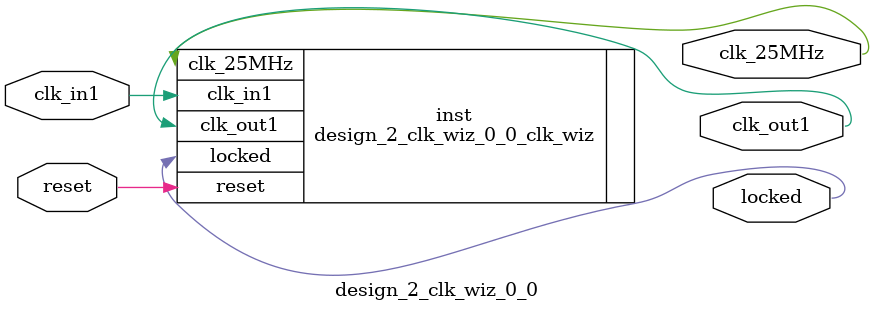
<source format=v>


`timescale 1ps/1ps

(* CORE_GENERATION_INFO = "design_2_clk_wiz_0_0,clk_wiz_v6_0_13_0_0,{component_name=design_2_clk_wiz_0_0,use_phase_alignment=true,use_min_o_jitter=false,use_max_i_jitter=false,use_dyn_phase_shift=false,use_inclk_switchover=false,use_dyn_reconfig=false,enable_axi=0,feedback_source=FDBK_AUTO,PRIMITIVE=MMCM,num_out_clk=2,clkin1_period=10.000,clkin2_period=10.000,use_power_down=false,use_reset=true,use_locked=true,use_inclk_stopped=false,feedback_type=SINGLE,CLOCK_MGR_TYPE=NA,manual_override=false}" *)

module design_2_clk_wiz_0_0 
 (
  // Clock out ports
  output        clk_out1,
  output        clk_25MHz,
  // Status and control signals
  input         reset,
  output        locked,
 // Clock in ports
  input         clk_in1
 );

  design_2_clk_wiz_0_0_clk_wiz inst
  (
  // Clock out ports  
  .clk_out1(clk_out1),
  .clk_25MHz(clk_25MHz),
  // Status and control signals               
  .reset(reset), 
  .locked(locked),
 // Clock in ports
  .clk_in1(clk_in1)
  );

endmodule

</source>
